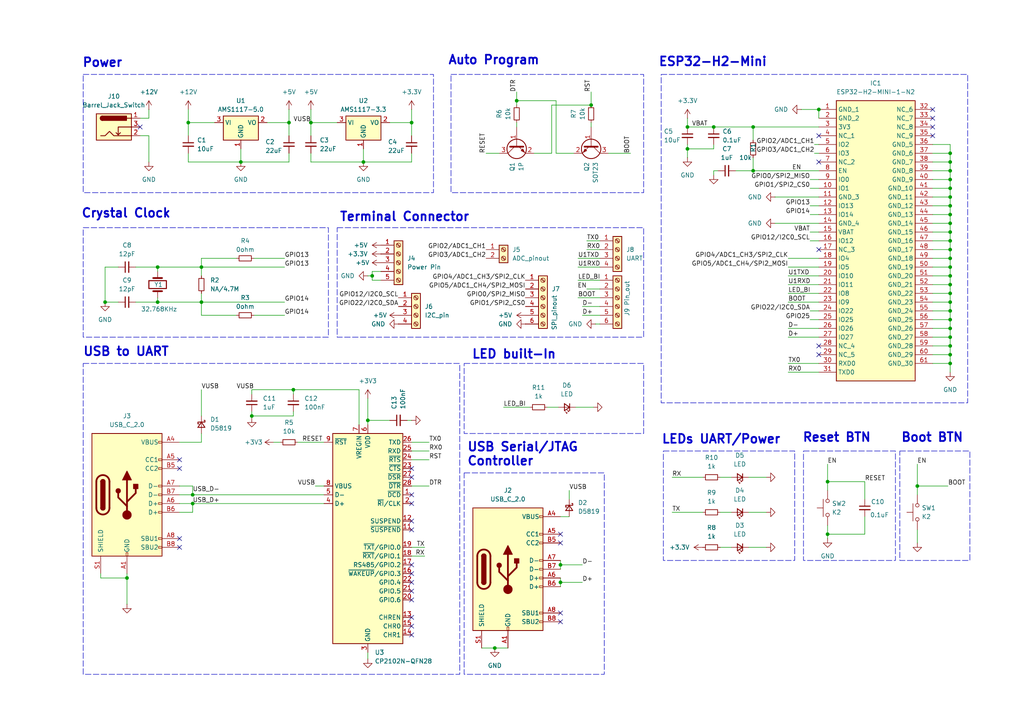
<source format=kicad_sch>
(kicad_sch (version 20231120) (generator "eeschema") (generator_version "8.0")
  (paper "A4")
  (title_block (title "ESP32-H2-Mini-Dev Module") (date "2024-03-02") (rev "1.0 (Beta)") (company "Designed by Lim Rithy"))
  (junction (at 275.59 72.39))
  (junction (at 275.59 74.93))
  (junction (at 162.56 163.83))
  (junction (at 36.83 167.64))
  (junction (at 106.68 121.92))
  (junction (at 275.59 97.79))
  (junction (at 240.03 139.7))
  (junction (at 275.59 54.61))
  (junction (at 275.59 59.69))
  (junction (at 45.72 87.63))
  (junction (at 199.39 43.18))
  (junction (at 58.42 87.63))
  (junction (at 85.09 113.03))
  (junction (at 275.59 92.71))
  (junction (at 54.61 35.56))
  (junction (at 275.59 87.63))
  (junction (at 119.38 35.56))
  (junction (at 58.42 77.47))
  (junction (at 275.59 52.07))
  (junction (at 275.59 67.31))
  (junction (at 275.59 82.55))
  (junction (at 83.82 35.56))
  (junction (at 275.59 80.01))
  (junction (at 275.59 102.87))
  (junction (at 275.59 46.99))
  (junction (at 149.86 29.21))
  (junction (at 30.48 87.63))
  (junction (at 275.59 105.41))
  (junction (at 275.59 49.53))
  (junction (at 275.59 64.77))
  (junction (at 275.59 69.85))
  (junction (at 207.01 36.83))
  (junction (at 143.51 187.96))
  (junction (at 275.59 100.33))
  (junction (at 275.59 95.25))
  (junction (at 199.39 36.83))
  (junction (at 55.88 146.05))
  (junction (at 107.95 80.01))
  (junction (at 73.025 120.65))
  (junction (at 162.56 168.91))
  (junction (at 275.59 44.45))
  (junction (at 55.88 143.51))
  (junction (at 69.85 46.99))
  (junction (at 275.59 62.23))
  (junction (at 218.44 49.53))
  (junction (at 45.72 77.47))
  (junction (at 275.59 90.17))
  (junction (at 218.44 36.83))
  (junction (at 171.45 30.48))
  (junction (at 275.59 77.47))
  (junction (at 105.41 46.99))
  (junction (at 275.59 57.15))
  (junction (at 237.49 31.75))
  (junction (at 240.03 154.94))
  (junction (at 266.065 140.97))
  (junction (at 275.59 85.09))
  (junction (at 90.17 35.56))
  (no_connect (at 162.56 157.48))
  (no_connect (at 119.38 173.99))
  (no_connect (at 162.56 177.8))
  (no_connect (at 270.51 34.29))
  (no_connect (at 119.38 179.07))
  (no_connect (at 119.38 166.37))
  (no_connect (at 119.38 135.89))
  (no_connect (at 270.51 39.37))
  (no_connect (at 237.49 46.99))
  (no_connect (at 119.38 153.67))
  (no_connect (at 237.49 39.37))
  (no_connect (at 52.07 158.75))
  (no_connect (at 270.51 31.75))
  (no_connect (at 119.38 138.43))
  (no_connect (at 119.38 171.45))
  (no_connect (at 237.49 102.87))
  (no_connect (at 119.38 146.05))
  (no_connect (at 270.51 36.83))
  (no_connect (at 119.38 163.83))
  (no_connect (at 40.64 36.83))
  (no_connect (at 52.07 156.21))
  (no_connect (at 119.38 168.91))
  (no_connect (at 119.38 143.51))
  (no_connect (at 119.38 181.61))
  (no_connect (at 52.07 133.35))
  (no_connect (at 237.49 100.33))
  (no_connect (at 52.07 135.89))
  (no_connect (at 162.56 180.34))
  (no_connect (at 162.56 154.94))
  (no_connect (at 119.38 151.13))
  (no_connect (at 237.49 72.39))
  (no_connect (at 119.38 184.15))
  (wire (pts (xy 170.18 69.85) (xy 173.99 69.85)))
  (wire (pts (xy 275.59 69.85) (xy 275.59 72.39)))
  (wire (pts (xy 58.42 87.63) (xy 82.55 87.63)))
  (wire (pts (xy 208.915 148.59) (xy 212.09 148.59)))
  (wire (pts (xy 234.95 92.71) (xy 237.49 92.71)))
  (wire (pts (xy 45.72 87.63) (xy 45.72 86.36)))
  (wire (pts (xy 275.59 102.87) (xy 270.51 102.87)))
  (wire (pts (xy 275.59 77.47) (xy 275.59 80.01)))
  (wire (pts (xy 207.01 43.18) (xy 207.01 41.91)))
  (wire (pts (xy 162.56 162.56) (xy 162.56 163.83)))
  (wire (pts (xy 119.38 161.29) (xy 123.19 161.29)))
  (wire (pts (xy 275.59 77.47) (xy 270.51 77.47)))
  (wire (pts (xy 161.29 44.45) (xy 161.29 29.21)))
  (wire (pts (xy 266.065 153.67) (xy 266.065 157.48)))
  (wire (pts (xy 218.44 36.83) (xy 218.44 40.64)))
  (wire (pts (xy 119.38 130.81) (xy 124.46 130.81)))
  (wire (pts (xy 55.88 143.51) (xy 93.98 143.51)))
  (wire (pts (xy 119.38 140.97) (xy 124.46 140.97)))
  (wire (pts (xy 234.95 67.31) (xy 237.49 67.31)))
  (wire (pts (xy 250.825 149.86) (xy 250.825 154.94)))
  (wire (pts (xy 218.44 36.83) (xy 237.49 36.83)))
  (wire (pts (xy 39.37 87.63) (xy 45.72 87.63)))
  (wire (pts (xy 106.68 121.92) (xy 106.68 123.19)))
  (wire (pts (xy 106.68 115.57) (xy 106.68 121.92)))
  (wire (pts (xy 171.45 36.83) (xy 171.45 35.56)))
  (wire (pts (xy 107.95 81.28) (xy 110.49 81.28)))
  (wire (pts (xy 199.39 36.83) (xy 207.01 36.83)))
  (wire (pts (xy 237.49 31.75) (xy 237.49 34.29)))
  (wire (pts (xy 85.09 119.38) (xy 85.09 120.65)))
  (wire (pts (xy 275.59 44.45) (xy 270.51 44.45)))
  (wire (pts (xy 275.59 54.61) (xy 275.59 57.15)))
  (wire (pts (xy 170.18 72.39) (xy 173.99 72.39)))
  (wire (pts (xy 275.59 67.31) (xy 275.59 69.85)))
  (wire (pts (xy 167.64 77.47) (xy 173.99 77.47)))
  (wire (pts (xy 107.95 80.01) (xy 106.68 80.01)))
  (wire (pts (xy 73.66 91.44) (xy 82.55 91.44)))
  (wire (pts (xy 162.56 149.86) (xy 165.1 149.86)))
  (wire (pts (xy 139.7 187.96) (xy 143.51 187.96)))
  (wire (pts (xy 45.72 87.63) (xy 58.42 87.63)))
  (wire (pts (xy 143.51 187.96) (xy 147.32 187.96)))
  (wire (pts (xy 113.03 35.56) (xy 119.38 35.56)))
  (wire (pts (xy 91.44 140.97) (xy 93.98 140.97)))
  (wire (pts (xy 149.86 26.67) (xy 149.86 29.21)))
  (wire (pts (xy 228.6 107.95) (xy 237.49 107.95)))
  (wire (pts (xy 161.29 29.21) (xy 149.86 29.21)))
  (wire (pts (xy 240.03 134.62) (xy 240.03 139.7)))
  (wire (pts (xy 275.59 85.09) (xy 270.51 85.09)))
  (wire (pts (xy 207.01 49.53) (xy 207.01 50.8)))
  (wire (pts (xy 90.17 46.99) (xy 105.41 46.99)))
  (wire (pts (xy 207.01 36.83) (xy 218.44 36.83)))
  (wire (pts (xy 266.065 140.97) (xy 266.065 143.51)))
  (wire (pts (xy 105.41 46.99) (xy 105.41 43.18)))
  (wire (pts (xy 106.68 189.23) (xy 106.68 191.135)))
  (wire (pts (xy 83.82 44.45) (xy 83.82 46.99)))
  (wire (pts (xy 73.025 113.03) (xy 85.09 113.03)))
  (wire (pts (xy 275.59 59.69) (xy 275.59 62.23)))
  (wire (pts (xy 250.825 144.78) (xy 250.825 139.7)))
  (wire (pts (xy 107.95 80.01) (xy 107.95 81.28)))
  (wire (pts (xy 158.75 118.11) (xy 161.925 118.11)))
  (wire (pts (xy 160.02 44.45) (xy 160.02 30.48)))
  (wire (pts (xy 69.85 46.99) (xy 69.85 43.18)))
  (wire (pts (xy 266.065 134.62) (xy 266.065 140.97)))
  (wire (pts (xy 119.38 44.45) (xy 119.38 46.99)))
  (wire (pts (xy 52.07 148.59) (xy 55.88 148.59)))
  (wire (pts (xy 104.14 113.03) (xy 104.14 123.19)))
  (wire (pts (xy 29.21 166.37) (xy 29.21 167.64)))
  (wire (pts (xy 275.59 95.25) (xy 270.51 95.25)))
  (wire (pts (xy 275.59 44.45) (xy 275.59 46.99)))
  (wire (pts (xy 85.09 113.03) (xy 85.09 114.3)))
  (wire (pts (xy 275.59 74.93) (xy 270.51 74.93)))
  (wire (pts (xy 228.6 105.41) (xy 237.49 105.41)))
  (wire (pts (xy 275.59 105.41) (xy 275.59 107.95)))
  (wire (pts (xy 166.37 44.45) (xy 161.29 44.45)))
  (wire (pts (xy 275.59 46.99) (xy 270.51 46.99)))
  (wire (pts (xy 54.61 35.56) (xy 54.61 31.75)))
  (wire (pts (xy 240.03 139.7) (xy 240.03 142.24)))
  (wire (pts (xy 240.03 139.7) (xy 250.825 139.7)))
  (wire (pts (xy 199.39 34.29) (xy 199.39 36.83)))
  (wire (pts (xy 119.38 31.75) (xy 119.38 35.56)))
  (wire (pts (xy 140.97 44.45) (xy 144.78 44.45)))
  (wire (pts (xy 275.59 102.87) (xy 275.59 105.41)))
  (wire (pts (xy 68.58 74.93) (xy 58.42 74.93)))
  (wire (pts (xy 275.59 80.01) (xy 270.51 80.01)))
  (wire (pts (xy 275.59 105.41) (xy 270.51 105.41)))
  (wire (pts (xy 275.59 46.99) (xy 275.59 49.53)))
  (wire (pts (xy 213.36 49.53) (xy 218.44 49.53)))
  (wire (pts (xy 194.945 138.43) (xy 203.835 138.43)))
  (wire (pts (xy 275.59 49.53) (xy 270.51 49.53)))
  (wire (pts (xy 275.59 85.09) (xy 275.59 87.63)))
  (wire (pts (xy 275.59 41.91) (xy 275.59 44.45)))
  (wire (pts (xy 275.59 74.93) (xy 275.59 77.47)))
  (wire (pts (xy 160.02 30.48) (xy 171.45 30.48)))
  (wire (pts (xy 30.48 87.63) (xy 34.29 87.63)))
  (wire (pts (xy 194.945 148.59) (xy 203.835 148.59)))
  (wire (pts (xy 234.95 54.61) (xy 237.49 54.61)))
  (wire (pts (xy 228.6 80.01) (xy 237.49 80.01)))
  (wire (pts (xy 228.6 85.09) (xy 237.49 85.09)))
  (wire (pts (xy 275.59 49.53) (xy 275.59 52.07)))
  (wire (pts (xy 234.95 62.23) (xy 237.49 62.23)))
  (wire (pts (xy 240.03 156.21) (xy 240.03 154.94)))
  (wire (pts (xy 165.1 142.24) (xy 165.1 144.78)))
  (wire (pts (xy 208.28 49.53) (xy 207.01 49.53)))
  (wire (pts (xy 275.59 87.63) (xy 275.59 90.17)))
  (wire (pts (xy 275.59 57.15) (xy 270.51 57.15)))
  (wire (pts (xy 275.59 90.17) (xy 270.51 90.17)))
  (wire (pts (xy 167.64 86.36) (xy 173.99 86.36)))
  (wire (pts (xy 167.005 118.11) (xy 172.085 118.11)))
  (wire (pts (xy 90.17 35.56) (xy 90.17 39.37)))
  (wire (pts (xy 43.18 34.29) (xy 43.18 31.75)))
  (wire (pts (xy 228.6 74.93) (xy 237.49 74.93)))
  (wire (pts (xy 275.59 64.77) (xy 270.51 64.77)))
  (wire (pts (xy 58.42 113.03) (xy 58.42 120.65)))
  (wire (pts (xy 228.6 87.63) (xy 237.49 87.63)))
  (wire (pts (xy 275.59 97.79) (xy 270.51 97.79)))
  (wire (pts (xy 228.6 95.25) (xy 237.49 95.25)))
  (wire (pts (xy 199.39 43.18) (xy 199.39 41.91)))
  (wire (pts (xy 73.025 119.38) (xy 73.025 120.65)))
  (wire (pts (xy 218.44 45.72) (xy 218.44 49.53)))
  (wire (pts (xy 119.38 46.99) (xy 105.41 46.99)))
  (wire (pts (xy 52.07 143.51) (xy 55.88 143.51)))
  (wire (pts (xy 162.56 163.83) (xy 162.56 165.1)))
  (wire (pts (xy 83.82 35.56) (xy 83.82 39.37)))
  (wire (pts (xy 275.59 97.79) (xy 275.59 100.33)))
  (wire (pts (xy 234.95 90.17) (xy 237.49 90.17)))
  (wire (pts (xy 228.6 77.47) (xy 237.49 77.47)))
  (wire (pts (xy 55.88 146.05) (xy 93.98 146.05)))
  (wire (pts (xy 240.03 152.4) (xy 240.03 154.94)))
  (wire (pts (xy 30.48 77.47) (xy 30.48 87.63)))
  (wire (pts (xy 228.6 82.55) (xy 237.49 82.55)))
  (wire (pts (xy 275.59 92.71) (xy 275.59 95.25)))
  (wire (pts (xy 199.39 45.72) (xy 199.39 43.18)))
  (wire (pts (xy 90.17 35.56) (xy 97.79 35.56)))
  (wire (pts (xy 266.065 140.97) (xy 274.955 140.97)))
  (wire (pts (xy 154.94 44.45) (xy 160.02 44.45)))
  (wire (pts (xy 275.59 54.61) (xy 270.51 54.61)))
  (wire (pts (xy 275.59 64.77) (xy 275.59 67.31)))
  (wire (pts (xy 110.49 78.74) (xy 107.95 78.74)))
  (wire (pts (xy 86.36 128.27) (xy 93.98 128.27)))
  (wire (pts (xy 73.025 120.65) (xy 73.025 121.285)))
  (wire (pts (xy 172.72 93.98) (xy 173.99 93.98)))
  (wire (pts (xy 40.64 34.29) (xy 43.18 34.29)))
  (wire (pts (xy 167.64 74.93) (xy 173.99 74.93)))
  (wire (pts (xy 224.79 64.77) (xy 237.49 64.77)))
  (wire (pts (xy 146.05 118.11) (xy 153.67 118.11)))
  (wire (pts (xy 54.61 44.45) (xy 54.61 46.99)))
  (wire (pts (xy 68.58 91.44) (xy 58.42 91.44)))
  (wire (pts (xy 240.03 154.94) (xy 250.825 154.94)))
  (wire (pts (xy 208.915 158.75) (xy 212.09 158.75)))
  (wire (pts (xy 58.42 91.44) (xy 58.42 87.63)))
  (wire (pts (xy 52.07 140.97) (xy 55.88 140.97)))
  (wire (pts (xy 275.59 52.07) (xy 275.59 54.61)))
  (wire (pts (xy 275.59 82.55) (xy 270.51 82.55)))
  (wire (pts (xy 58.42 77.47) (xy 82.55 77.47)))
  (wire (pts (xy 54.61 35.56) (xy 62.23 35.56)))
  (wire (pts (xy 275.59 100.33) (xy 275.59 102.87)))
  (wire (pts (xy 228.6 97.79) (xy 237.49 97.79)))
  (wire (pts (xy 58.42 77.47) (xy 58.42 80.01)))
  (wire (pts (xy 119.38 133.35) (xy 124.46 133.35)))
  (wire (pts (xy 168.91 88.9) (xy 173.99 88.9)))
  (wire (pts (xy 275.59 90.17) (xy 275.59 92.71)))
  (wire (pts (xy 275.59 52.07) (xy 270.51 52.07)))
  (wire (pts (xy 275.59 72.39) (xy 270.51 72.39)))
  (wire (pts (xy 73.66 74.93) (xy 82.55 74.93)))
  (wire (pts (xy 45.72 77.47) (xy 45.72 78.74)))
  (wire (pts (xy 77.47 35.56) (xy 83.82 35.56)))
  (wire (pts (xy 58.42 74.93) (xy 58.42 77.47)))
  (wire (pts (xy 36.83 166.37) (xy 36.83 167.64)))
  (wire (pts (xy 54.61 35.56) (xy 54.61 39.37)))
  (wire (pts (xy 275.59 87.63) (xy 270.51 87.63)))
  (wire (pts (xy 167.64 81.28) (xy 173.99 81.28)))
  (wire (pts (xy 275.59 100.33) (xy 270.51 100.33)))
  (wire (pts (xy 217.17 138.43) (xy 222.25 138.43)))
  (wire (pts (xy 208.915 138.43) (xy 212.09 138.43)))
  (wire (pts (xy 275.59 95.25) (xy 275.59 97.79)))
  (wire (pts (xy 83.82 46.99) (xy 69.85 46.99)))
  (wire (pts (xy 162.56 167.64) (xy 162.56 168.91)))
  (wire (pts (xy 234.95 52.07) (xy 237.49 52.07)))
  (wire (pts (xy 162.56 168.91) (xy 162.56 170.18)))
  (wire (pts (xy 79.375 128.27) (xy 81.28 128.27)))
  (wire (pts (xy 58.42 85.09) (xy 58.42 87.63)))
  (wire (pts (xy 29.21 167.64) (xy 36.83 167.64)))
  (wire (pts (xy 224.79 57.15) (xy 237.49 57.15)))
  (wire (pts (xy 199.39 43.18) (xy 207.01 43.18)))
  (wire (pts (xy 83.82 31.75) (xy 83.82 35.56)))
  (wire (pts (xy 275.59 41.91) (xy 270.51 41.91)))
  (wire (pts (xy 90.17 35.56) (xy 90.17 31.75)))
  (wire (pts (xy 275.59 80.01) (xy 275.59 82.55)))
  (wire (pts (xy 85.09 113.03) (xy 104.14 113.03)))
  (wire (pts (xy 55.88 148.59) (xy 55.88 146.05)))
  (wire (pts (xy 275.59 92.71) (xy 270.51 92.71)))
  (wire (pts (xy 39.37 77.47) (xy 45.72 77.47)))
  (wire (pts (xy 170.18 83.82) (xy 173.99 83.82)))
  (wire (pts (xy 106.68 121.92) (xy 113.03 121.92)))
  (wire (pts (xy 275.59 69.85) (xy 270.51 69.85)))
  (wire (pts (xy 217.17 148.59) (xy 222.25 148.59)))
  (wire (pts (xy 162.56 163.83) (xy 168.91 163.83)))
  (wire (pts (xy 162.56 168.91) (xy 168.91 168.91)))
  (wire (pts (xy 119.38 35.56) (xy 119.38 39.37)))
  (wire (pts (xy 236.22 44.45) (xy 237.49 44.45)))
  (wire (pts (xy 149.86 36.83) (xy 149.86 35.56)))
  (wire (pts (xy 90.17 44.45) (xy 90.17 46.99)))
  (wire (pts (xy 168.91 91.44) (xy 173.99 91.44)))
  (wire (pts (xy 85.09 120.65) (xy 73.025 120.65)))
  (wire (pts (xy 36.83 167.64) (xy 36.83 175.26)))
  (wire (pts (xy 275.59 59.69) (xy 270.51 59.69)))
  (wire (pts (xy 275.59 72.39) (xy 275.59 74.93)))
  (wire (pts (xy 107.95 78.74) (xy 107.95 80.01)))
  (wire (pts (xy 234.95 59.69) (xy 237.49 59.69)))
  (wire (pts (xy 275.59 57.15) (xy 275.59 59.69)))
  (wire (pts (xy 52.07 146.05) (xy 55.88 146.05)))
  (wire (pts (xy 54.61 46.99) (xy 69.85 46.99)))
  (wire (pts (xy 119.38 158.75) (xy 123.19 158.75)))
  (wire (pts (xy 149.86 30.48) (xy 149.86 29.21)))
  (wire (pts (xy 171.45 26.67) (xy 171.45 30.48)))
  (wire (pts (xy 52.07 128.27) (xy 58.42 128.27)))
  (wire (pts (xy 232.41 31.75) (xy 237.49 31.75)))
  (wire (pts (xy 118.11 121.92) (xy 119.38 121.92)))
  (wire (pts (xy 58.42 125.73) (xy 58.42 128.27)))
  (wire (pts (xy 275.59 62.23) (xy 270.51 62.23)))
  (wire (pts (xy 119.38 128.27) (xy 124.46 128.27)))
  (wire (pts (xy 234.95 69.85) (xy 237.49 69.85)))
  (wire (pts (xy 55.88 140.97) (xy 55.88 143.51)))
  (wire (pts (xy 275.59 67.31) (xy 270.51 67.31)))
  (wire (pts (xy 43.18 39.37) (xy 43.18 46.99)))
  (wire (pts (xy 275.59 82.55) (xy 275.59 85.09)))
  (wire (pts (xy 236.22 41.91) (xy 237.49 41.91)))
  (wire (pts (xy 176.53 44.45) (xy 182.88 44.45)))
  (wire (pts (xy 217.17 158.75) (xy 222.25 158.75)))
  (wire (pts (xy 73.025 113.03) (xy 73.025 114.3)))
  (wire (pts (xy 275.59 62.23) (xy 275.59 64.77)))
  (wire (pts (xy 45.72 77.47) (xy 58.42 77.47)))
  (wire (pts (xy 34.29 77.47) (xy 30.48 77.47)))
  (wire (pts (xy 218.44 49.53) (xy 237.49 49.53)))
  (wire (pts (xy 40.64 39.37) (xy 43.18 39.37)))
  (rectangle (start 130.81 21.59) (end 186.69 55.88) (stroke (width 0) (type dash)))
  (rectangle (start 134.62 137.16) (end 175.26 195.58) (stroke (width 0) (type dash)))
  (rectangle (start 192.405 130.81) (end 230.505 162.56) (stroke (width 0) (type dash)))
  (rectangle (start 191.77 21.59) (end 280.67 116.84) (stroke (width 0) (type dash)))
  (rectangle (start 260.985 130.81) (end 281.305 162.56) (stroke (width 0) (type dash)))
  (rectangle (start 134.62 105.41) (end 186.69 125.73) (stroke (width 0) (type dash)))
  (rectangle (start 24.13 66.04) (end 95.25 97.79) (stroke (width 0) (type dash)))
  (rectangle (start 24.13 21.59) (end 125.73 55.88) (stroke (width 0) (type dash)))
  (rectangle (start 24.13 105.41) (end 133.35 195.58) (stroke (width 0) (type dash)))
  (rectangle (start 97.79 66.04) (end 186.69 97.79) (stroke (width 0) (type dash)))
  (rectangle (start 233.045 130.81) (end 259.715 162.56) (stroke (width 0) (type dash)))
  (text "LED built-In" (at 149.098 102.87 0) (effects (font (size 2.54 2.54) (thickness 0.508) (bold yes))))
  (text "Crystal Clock" (at 36.576 61.976 0) (effects (font (size 2.54 2.54) (thickness 0.508) (bold yes))))
  (text "Boot BTN" (at 270.383 127 0) (effects (font (size 2.54 2.54) (thickness 0.508) (bold yes))))
  (text "Power" (at 29.718 18.288 0) (effects (font (size 2.54 2.54) (thickness 0.508) (bold yes))))
  (text "Auto Program" (at 143.256 17.526 0) (effects (font (size 2.54 2.54) (thickness 0.508) (bold yes))))
  (text "USB to UART" (at 36.576 102.108 0) (effects (font (size 2.54 2.54) (thickness 0.508) (bold yes))))
  (text "ESP32-H2-Mini" (at 206.756 18.034 0) (effects (font (size 2.54 2.54) (thickness 0.508) (bold yes))))
  (text "LEDs UART/Power" (at 209.169 127.508 0) (effects (font (size 2.54 2.54) (thickness 0.508) (bold yes))))
  (text "Reset BTN" (at 242.697 127 0) (effects (font (size 2.54 2.54) (thickness 0.508) (bold yes))))
  (text "USB Serial/JTAG\nController" (at 135.382 131.826 0) (effects (font (size 2.54 2.54) (thickness 0.508) (bold yes)) (justify left)))
  (text "Terminal Connector" (at 117.348 62.992 0) (effects (font (size 2.54 2.54) (thickness 0.508) (bold yes))))
  (label "BOOT" (at 167.64 86.36 0))
  (label "USB_D+" (at 55.88 146.05 0))
  (label "GPIO13" (at 82.55 74.93 0))
  (label "GPIO13" (at 234.95 59.69 180))
  (label "EN" (at 170.18 83.82 180))
  (label "GPIO14" (at 82.55 87.63 0))
  (label "D+" (at 168.91 168.91 0))
  (label "GPIO2{slash}ADC1_CH1" (at 236.22 41.91 180))
  (label "VUSB" (at 58.42 113.03 0))
  (label "RST" (at 171.45 26.67 90))
  (label "VUSB" (at 91.44 140.97 180))
  (label "TX0" (at 228.6 105.41 0))
  (label "VUSB" (at 90.17 35.56 180))
  (label "TX0" (at 170.18 69.85 0))
  (label "VBAT" (at 234.95 67.31 180))
  (label "RESET" (at 87.63 128.27 0))
  (label "RESET" (at 250.825 139.7 0))
  (label "RX0" (at 228.6 107.95 0))
  (label "TX" (at 123.19 158.75 180))
  (label "LED_BI" (at 167.64 81.28 0))
  (label "U1TXD" (at 167.64 74.93 0))
  (label "GPIO4{slash}ADC1_CH3{slash}SPI2_CLK" (at 152.4 81.28 180))
  (label "GPIO12{slash}I2C0_SCL" (at 115.57 86.36 180))
  (label "GPIO0{slash}SPI2_MISO" (at 234.95 52.07 180))
  (label "DTR" (at 149.86 26.67 90))
  (label "GPIO12{slash}I2C0_SCL" (at 234.95 69.85 180))
  (label "BOOT" (at 182.88 44.45 90))
  (label "RESET" (at 140.97 44.45 90))
  (label "RX" (at 123.19 161.29 180))
  (label "GPIO22{slash}I2C0_SDA" (at 115.57 88.9 180))
  (label "GPIO22{slash}I2C0_SDA" (at 234.95 90.17 180))
  (label "LED_BI" (at 146.05 118.11 0))
  (label "EN" (at 266.065 134.62 0))
  (label "RX0" (at 170.18 72.39 0))
  (label "GPIO13" (at 82.55 77.47 0))
  (label "D-" (at 168.91 163.83 0))
  (label "GPIO3{slash}ADC1_CH2" (at 140.97 74.93 180))
  (label "EN" (at 240.03 134.62 0))
  (label "VUSB" (at 165.1 142.24 0))
  (label "VUSB" (at 73.66 113.03 180))
  (label "USB_D-" (at 55.88 142.875 0))
  (label "GPIO5{slash}ADC1_CH4{slash}SPI2_MOSI" (at 152.4 83.82 180))
  (label "BOOT" (at 228.6 87.63 0))
  (label "RX0" (at 124.46 130.81 0))
  (label "RX" (at 194.945 138.43 0))
  (label "EN" (at 232.41 49.53 180))
  (label "DTR" (at 124.46 140.97 0))
  (label "U1TXD" (at 228.6 80.01 0))
  (label "BOOT" (at 274.955 140.97 0))
  (label "D+" (at 228.6 97.79 0))
  (label "GPIO2{slash}ADC1_CH1" (at 140.97 72.39 180))
  (label "VBAT" (at 200.66 36.83 0))
  (label "RST" (at 124.46 133.35 0))
  (label "GPIO0{slash}SPI2_MISO" (at 152.4 86.36 180))
  (label "GPIO1{slash}SPI2_CS0" (at 234.95 54.61 180))
  (label "TX" (at 194.945 148.59 0))
  (label "GPIO25" (at 234.95 92.71 180))
  (label "U1RXD" (at 228.6 82.55 0))
  (label "GPIO14" (at 82.55 91.44 0))
  (label "D-" (at 168.91 88.9 0))
  (label "GPIO1{slash}SPI2_CS0" (at 152.4 88.9 180))
  (label "GPIO3{slash}ADC1_CH2" (at 236.22 44.45 180))
  (label "GPIO5{slash}ADC1_CH4{slash}SPI2_MOSI" (at 228.6 77.47 180))
  (label "D+" (at 168.91 91.44 0))
  (label "GPIO4{slash}ADC1_CH3{slash}SPI2_CLK" (at 228.6 74.93 180))
  (label "D-" (at 228.6 95.25 0))
  (label "U1RXD" (at 167.64 77.47 0))
  (label "LED_BI" (at 228.6 85.09 0))
  (label "TX0" (at 124.46 128.27 0))
  (label "GPIO14" (at 234.95 62.23 180))
  (symbol (lib_id "Device:R_Small") (at 149.86 33.02 180) (unit 1)
    (property "Reference" "R6" (at 144.78 33.02 90))
    (property "Value" "10k" (at 147.32 33.02 90))
    (property "Footprint" "Resistor_SMD:R_0603_1608Metric" (effects (hide yes)))
  )
  (symbol (lib_id "Connector:USB_C_Receptacle_USB2.0") (at 36.83 143.51 0) (unit 1)
    (property "Reference" "J3" (at 36.83 120.65 0))
    (property "Value" "USB_C_2.0" (at 36.83 123.19 0))
    (property "Footprint" "Connector_USB:USB_C_Receptacle_Palconn_UTC16-G" (effects (hide yes)))
    (property "Datasheet" "https://www.usb.org/sites/default/files/documents/usb_type-c.zip" (effects (hide yes)))
  )
  (symbol (lib_id "Device:D_Schottky_Small") (at 58.42 123.19 270) (unit 1)
    (property "Reference" "D1" (at 60.96 121.6659 90) (effects (justify left)))
    (property "Value" "D5819" (at 60.96 124.2059 90) (effects (justify left)))
    (property "Footprint" "Diode_SMD:D_SOD-123" (effects (hide yes)))
  )
  (symbol (lib_id "Device:Crystal") (at 45.72 82.55 90) (unit 1)
    (property "Reference" "Y1" (at 44.704 82.55 90) (effects (justify right)))
    (property "Value" "32.768KHz" (at 40.894 89.662 90) (effects (justify right)))
    (property "Footprint" "Crystal:Crystal_SMD_3215-2Pin_3.2x1.5mm" (effects (hide yes)))
    (property "Description" "Two pin crystal" (effects (hide yes)))
  )
  (symbol (lib_id "Device:R_Small") (at 218.44 43.18 0) (unit 1)
    (property "Reference" "R1" (at 218.44 44.196 90) (effects (justify left)))
    (property "Value" "10k" (at 214.376 45.72 0) (effects (justify left)))
    (property "Footprint" "Resistor_SMD:R_0603_1608Metric" (effects (hide yes)))
    (property "Description" "Resistor, small symbol" (effects (hide yes)))
  )
  (symbol (lib_id "Interface_USB:CP2102N-Axx-xQFN28") (at 106.68 156.21 0) (unit 1)
    (property "Reference" "U3" (at 108.6994 189.23 0) (effects (justify left)))
    (property "Value" "CP2102N-QFN28" (at 108.6994 191.77 0) (effects (justify left)))
    (property "Footprint" "Package_DFN_QFN:QFN-28-1EP_5x5mm_P0.5mm_EP3.35x3.35mm" (effects (hide yes)))
    (property "Datasheet" "https://www.silabs.com/documents/public/data-sheets/cp2102n-datasheet.pdf" (effects (hide yes)))
  )
  (symbol (lib_id "power:GND") (at 106.68 80.01 270) (unit 1)
    (property "Reference" "#PWR034" (effects (hide yes)))
    (property "Value" "GND" (at 102.87 80.0099 90) (effects (justify right)))
    (property "Description" "Power symbol creates a global label with name \"GND\" , ground" (effects (hide yes)))
  )
  (symbol (lib_id "power:GND") (at 207.01 50.8 0) (unit 1)
    (property "Reference" "#PWR013" (effects (hide yes)))
    (property "Value" "GND" (effects (hide yes)))
    (property "Description" "Power symbol creates a global label with name \"GND\" , ground" (effects (hide yes)))
  )
  (symbol (lib_id "power:+5V") (at 110.49 76.2 90) (unit 1)
    (property "Reference" "#PWR033" (effects (hide yes)))
    (property "Value" "+5V" (at 107.188 76.2 90) (effects (justify left)))
    (property "Description" "Power symbol creates a global label with name \"+5V\"" (effects (hide yes)))
  )
  (symbol (lib_id "Device:C_Small") (at 90.17 41.91 0) (unit 1)
    (property "Reference" "C3" (at 92.71 40.6462 0) (effects (justify left)))
    (property "Value" "22uF" (at 92.71 43.1862 0) (effects (justify left)))
    (property "Footprint" "Capacitor_SMD:C_0805_2012Metric" (effects (hide yes)))
    (property "Description" "Unpolarized capacitor, small symbol" (effects (hide yes)))
  )
  (symbol (lib_id "power:GND") (at 119.38 121.92 90) (unit 1)
    (property "Reference" "#PWR031" (effects (hide yes)))
    (property "Value" "GND" (effects (hide yes)))
  )
  (symbol (lib_id "Device:C_Small") (at 36.83 77.47 90) (unit 1)
    (property "Reference" "C8" (at 36.8363 71.12 90))
    (property "Value" "12pF" (at 36.8363 73.66 90))
    (property "Footprint" "Capacitor_SMD:C_0603_1608Metric" (effects (hide yes)))
    (property "Description" "Unpolarized capacitor, small symbol" (effects (hide yes)))
  )
  (symbol (lib_id "power:+12V") (at 54.61 31.75 0) (unit 1)
    (property "Reference" "#PWR03" (effects (hide yes)))
    (property "Value" "+12V" (at 54.61 26.67 0))
    (property "Description" "Power symbol creates a global label with name \"+12V\"" (effects (hide yes)))
  )
  (symbol (lib_id "Device:Q_NPN_BEC") (at 149.86 41.91 90) (mirror x) (unit 1)
    (property "Reference" "Q1" (at 148.5899 46.99 0) (effects (justify left)))
    (property "Value" "1P" (at 151.1299 46.99 0) (effects (justify left)))
    (property "Footprint" "Package_TO_SOT_SMD:SOT-23" (effects (hide yes)))
  )
  (symbol (lib_id "Device:LED_Small") (at 164.465 118.11 180) (unit 1)
    (property "Reference" "D6" (at 164.4015 111.76 0))
    (property "Value" "LED" (at 164.4015 114.3 0))
    (property "Footprint" "LED_SMD:LED_0603_1608Metric" (effects (hide yes)))
  )
  (symbol (lib_id "Device:C_Small") (at 210.82 49.53 90) (unit 1)
    (property "Reference" "C7" (at 210.8263 43.18 90))
    (property "Value" "1uF" (at 210.8263 45.72 90))
    (property "Footprint" "Capacitor_SMD:C_0603_1608Metric" (effects (hide yes)))
    (property "Description" "Unpolarized capacitor, small symbol" (effects (hide yes)))
  )
  (symbol (lib_id "Device:C_Small") (at 115.57 121.92 90) (unit 1)
    (property "Reference" "C13" (at 114.3062 118.745 0) (effects (justify left)))
    (property "Value" "100nF" (at 116.8462 118.745 0) (effects (justify left)))
    (property "Footprint" "Capacitor_SMD:C_0603_1608Metric" (effects (hide yes)))
  )
  (symbol (lib_id "Device:R_Small") (at 206.375 148.59 270) (unit 1)
    (property "Reference" "R9" (at 206.375 142.875 90))
    (property "Value" "1k" (at 206.375 145.415 90))
    (property "Footprint" "Resistor_SMD:R_0603_1608Metric" (effects (hide yes)))
  )
  (symbol (lib_id "power:GND") (at 73.025 121.285 0) (unit 1)
    (property "Reference" "#PWR023" (effects (hide yes)))
    (property "Value" "GND" (effects (hide yes)))
  )
  (symbol (lib_id "Device:C_Small") (at 207.01 39.37 0) (unit 1)
    (property "Reference" "C6" (at 209.55 38.1062 0) (effects (justify left)))
    (property "Value" "0.1uF" (at 209.55 40.6462 0) (effects (justify left)))
    (property "Footprint" "Capacitor_SMD:C_0603_1608Metric" (effects (hide yes)))
    (property "Description" "Unpolarized capacitor, small symbol" (effects (hide yes)))
  )
  (symbol (lib_id "power:+5V") (at 152.4 91.44 90) (unit 1)
    (property "Reference" "#PWR037" (effects (hide yes)))
    (property "Value" "+5V" (at 148.59 91.4399 90) (effects (justify left)))
    (property "Description" "Power symbol creates a global label with name \"+5V\"" (effects (hide yes)))
  )
  (symbol (lib_id "power:GND") (at 222.25 158.75 90) (unit 1)
    (property "Reference" "#PWR022" (effects (hide yes)))
    (property "Value" "GND" (effects (hide yes)))
  )
  (symbol (lib_id "power:GND") (at 69.85 46.99 0) (unit 1)
    (property "Reference" "#PWR04" (effects (hide yes)))
    (property "Value" "GND" (at 69.85 52.07 0))
    (property "Description" "Power symbol creates a global label with name \"GND\" , ground" (effects (hide yes)))
  )
  (symbol (lib_id "power:+3.3V") (at 79.375 128.27 90) (unit 1)
    (property "Reference" "#PWR026" (effects (hide yes)))
    (property "Value" "+3V3" (at 76.2 128.2699 90) (effects (justify left)))
  )
  (symbol (lib_id "Connector:Screw_Terminal_01x04") (at 179.07 72.39 0) (unit 1)
    (property "Reference" "J8" (at 181.61 72.3899 0) (effects (justify left)))
    (property "Value" "UART" (at 181.61 74.9299 0) (effects (justify left)))
    (property "Footprint" "Connector_PinSocket_2.54mm:PinSocket_1x04_P2.54mm_Vertical" (effects (hide yes)))
    (property "Description" "Generic screw terminal, single row, 01x04, script generated (kicad-library-utils/schlib/autogen/connector/)" (effects (hide yes)))
  )
  (symbol (lib_id "power:+3.3V") (at 110.49 73.66 90) (unit 1)
    (property "Reference" "#PWR024" (effects (hide yes)))
    (property "Value" "+3.3V" (at 106.68 73.6599 90) (effects (justify left)))
    (property "Description" "Power symbol creates a global label with name \"+3.3V\"" (effects (hide yes)))
  )
  (symbol (lib_id "Device:C_Small") (at 85.09 116.84 0) (unit 1)
    (property "Reference" "C12" (at 88.265 115.5762 0) (effects (justify left)))
    (property "Value" "100nF" (at 88.265 118.1162 0) (effects (justify left)))
    (property "Footprint" "Capacitor_SMD:C_0603_1608Metric" (effects (hide yes)))
  )
  (symbol (lib_id "power:GND") (at 240.03 156.21 0) (unit 1)
    (property "Reference" "#PWR017" (effects (hide yes)))
    (property "Value" "GND" (at 240.03 161.29 0))
    (property "Description" "Power symbol creates a global label with name \"GND\" , ground" (effects (hide yes)))
  )
  (symbol (lib_id "Device:R_Small") (at 71.12 91.44 90) (unit 1)
    (property "Reference" "R3" (at 71.12 86.36 90))
    (property "Value" "0ohm" (at 71.12 88.9 90))
    (property "Footprint" "Resistor_SMD:R_0603_1608Metric" (effects (hide yes)))
    (property "Description" "Resistor, small symbol" (effects (hide yes)))
  )
  (symbol (lib_id "Device:R_Small") (at 171.45 33.02 180) (unit 1)
    (property "Reference" "R7" (at 166.37 33.02 90))
    (property "Value" "10k" (at 168.91 33.02 90))
    (property "Footprint" "Resistor_SMD:R_0603_1608Metric" (effects (hide yes)))
  )
  (symbol (lib_id "Connector:Screw_Terminal_01x02") (at 146.05 72.39 0) (unit 1)
    (property "Reference" "J5" (at 148.59 72.3899 0) (effects (justify left)))
    (property "Value" "ADC_pinout" (at 148.59 74.9299 0) (effects (justify left)))
    (property "Footprint" "Connector_PinSocket_2.54mm:PinSocket_1x02_P2.54mm_Vertical" (effects (hide yes)))
    (property "Description" "Generic screw terminal, single row, 01x02, script generated (kicad-library-utils/schlib/autogen/connector/)" (effects (hide yes)))
  )
  (symbol (lib_id "Device:Q_NPN_BEC") (at 171.45 41.91 270) (unit 1)
    (property "Reference" "Q2" (at 170.18 46.99 0) (effects (justify left)))
    (property "Value" "SOT23" (at 172.72 46.99 0) (effects (justify left)))
    (property "Footprint" "Package_TO_SOT_SMD:SOT-23" (effects (hide yes)))
  )
  (symbol (lib_id "Device:C_Small") (at 36.83 87.63 90) (unit 1)
    (property "Reference" "C9" (at 36.8363 81.28 90))
    (property "Value" "12pF" (at 36.8363 83.82 90))
    (property "Footprint" "Capacitor_SMD:C_0603_1608Metric" (effects (hide yes)))
    (property "Description" "Unpolarized capacitor, small symbol" (effects (hide yes)))
  )
  (symbol (lib_id "Device:C_Small") (at 73.025 116.84 180) (unit 1)
    (property "Reference" "C11" (at 76.2 115.5635 0) (effects (justify right)))
    (property "Value" "1uF" (at 76.2 118.1035 0) (effects (justify right)))
    (property "Footprint" "Capacitor_SMD:C_0603_1608Metric" (effects (hide yes)))
  )
  (symbol (lib_id "Device:R_Small") (at 206.375 138.43 270) (unit 1)
    (property "Reference" "R10" (at 206.375 132.715 90))
    (property "Value" "1k" (at 206.375 135.255 90))
    (property "Footprint" "Resistor_SMD:R_0603_1608Metric" (effects (hide yes)))
  )
  (symbol (lib_id "Device:R_Small") (at 71.12 74.93 90) (unit 1)
    (property "Reference" "R4" (at 71.12 69.85 90))
    (property "Value" "0ohm" (at 71.12 72.39 90))
    (property "Footprint" "Resistor_SMD:R_0603_1608Metric" (effects (hide yes)))
    (property "Description" "Resistor, small symbol" (effects (hide yes)))
  )
  (symbol (lib_id "ESP32-H2-MINI-1-N2:ESP32-H2-MINI-1-N2") (at 237.49 31.75 0) (unit 1)
    (property "Reference" "IC1" (at 254 24.13 0))
    (property "Value" "ESP32-H2-MINI-1-N2" (at 254 26.67 0))
    (property "Footprint" "esp32-h2-mini:ESP32H2MINI1N2" (effects (hide yes)))
    (property "Datasheet" "https://www.espressif.com/sites/default/files/documentation/esp32-h2-mini-1_mini-1u_datasheet_en.pdf" (effects (hide yes)))
    (property "Description" "Multiprotocol Modules ENGINEERING SAMPLE Bluetooth Low Energy and IEEE 802.15.4  module with ESP32-H2 chip" (effects (hide yes)))
    (property "Height" "2.55" (effects (hide yes)))
    (property "Mouser Part Number" "356-ESP32H2MINI1-N2" (effects (hide yes)))
    (property "Mouser Price/Stock" "https://www.mouser.co.uk/ProductDetail/Espressif-Systems/ESP32-H2-MINI-1-N2?qs=Jm2GQyTW%2FbhDEK4sfiNMsw%3D%3D" (effects (hide yes)))
    (property "Manufacturer_Name" "Espressif Systems" (effects (hide yes)))
    (property "Manufacturer_Part_Number" "ESP32-H2-MINI-1-N2" (effects (hide yes)))
  )
  (symbol (lib_id "Regulator_Linear:AMS1117-3.3") (at 105.41 35.56 0) (unit 1)
    (property "Reference" "U2" (at 105.41 29.21 0))
    (property "Value" "AMS1117-3.3" (at 105.41 31.75 0))
    (property "Footprint" "Package_TO_SOT_SMD:SOT-223-3_TabPin2" (effects (hide yes)))
    (property "Datasheet" "http://www.advanced-monolithic.com/pdf/ds1117.pdf" (effects (hide yes)))
    (property "Description" "1A Low Dropout regulator, positive, 3.3V fixed output, SOT-223" (effects (hide yes)))
  )
  (symbol (lib_id "power:+5V") (at 110.49 71.12 90) (unit 1)
    (property "Reference" "#PWR032" (effects (hide yes)))
    (property "Value" "+5V" (at 106.68 71.1199 90) (effects (justify left)))
    (property "Description" "Power symbol creates a global label with name \"+5V\"" (effects (hide yes)))
  )
  (symbol (lib_id "power:GND") (at 222.25 138.43 90) (unit 1)
    (property "Reference" "#PWR028" (effects (hide yes)))
    (property "Value" "GND" (effects (hide yes)))
  )
  (symbol (lib_id "Device:C_Small") (at 119.38 41.91 0) (unit 1)
    (property "Reference" "C4" (at 112.522 41.148 0) (effects (justify left)))
    (property "Value" "22uF" (at 112.522 43.688 0) (effects (justify left)))
    (property "Footprint" "Capacitor_SMD:C_0805_2012Metric" (effects (hide yes)))
    (property "Description" "Unpolarized capacitor, small symbol" (effects (hide yes)))
  )
  (symbol (lib_id "power:+3.3V") (at 199.39 34.29 0) (unit 1)
    (property "Reference" "#PWR011" (effects (hide yes)))
    (property "Value" "+3.3V" (at 199.39 29.21 0))
    (property "Description" "Power symbol creates a global label with name \"+3.3V\"" (effects (hide yes)))
  )
  (symbol (lib_id "Device:R_Small") (at 58.42 82.55 0) (unit 1)
    (property "Reference" "R2" (at 60.96 81.2799 0) (effects (justify left)))
    (property "Value" "NA/4.7M" (at 60.96 83.8199 0) (effects (justify left)))
    (property "Footprint" "Resistor_SMD:R_0603_1608Metric" (effects (hide yes)))
    (property "Description" "Resistor, small symbol" (effects (hide yes)))
  )
  (symbol (lib_id "Switch:SW_Push") (at 240.03 147.32 90) (unit 1)
    (property "Reference" "SW2" (at 241.3 146.0499 90) (effects (justify right)))
    (property "Value" "K2" (at 241.3 148.5899 90) (effects (justify right)))
    (property "Footprint" "Button_Switch_SMD:SW_Push_1P1T_NO_Vertical_Wuerth_434133025816" (effects (hide yes)))
  )
  (symbol (lib_id "Connector:Barrel_Jack_Switch") (at 33.02 36.83 0) (unit 1)
    (property "Reference" "J10" (at 33.02 27.94 0))
    (property "Value" "Barrel_Jack_Switch" (at 33.02 30.48 0))
    (property "Footprint" "Connector_BarrelJack:BarrelJack_Horizontal" (effects (hide yes)))
    (property "Description" "DC Barrel Jack with an internal switch" (effects (hide yes)))
  )
  (symbol (lib_id "Device:C_Small") (at 54.61 41.91 0) (unit 1)
    (property "Reference" "C1" (at 57.15 40.6462 0) (effects (justify left)))
    (property "Value" "10uF" (at 57.15 43.1862 0) (effects (justify left)))
    (property "Footprint" "Capacitor_SMD:C_0805_2012Metric" (effects (hide yes)))
    (property "Description" "Unpolarized capacitor, small symbol" (effects (hide yes)))
  )
  (symbol (lib_id "Connector:Screw_Terminal_01x04") (at 120.65 88.9 0) (unit 1)
    (property "Reference" "J6" (at 123.19 88.8999 0) (effects (justify left)))
    (property "Value" "I2C_pin" (at 123.19 91.4399 0) (effects (justify left)))
    (property "Footprint" "Connector_PinSocket_2.54mm:PinSocket_1x04_P2.54mm_Vertical" (effects (hide yes)))
    (property "Description" "Generic screw terminal, single row, 01x04, script generated (kicad-library-utils/schlib/autogen/connector/)" (effects (hide yes)))
  )
  (symbol (lib_id "power:GND") (at 199.39 45.72 0) (unit 1)
    (property "Reference" "#PWR012" (effects (hide yes)))
    (property "Value" "GND" (at 199.39 50.8 0))
    (property "Description" "Power symbol creates a global label with name \"GND\" , ground" (effects (hide yes)))
  )
  (symbol (lib_id "power:GND") (at 172.085 118.11 90) (unit 1)
    (property "Reference" "#PWR027" (effects (hide yes)))
    (property "Value" "GND" (effects (hide yes)))
  )
  (symbol (lib_id "Regulator_Linear:AMS1117-5.0") (at 69.85 35.56 0) (unit 1)
    (property "Reference" "U1" (at 69.85 29.21 0))
    (property "Value" "AMS1117-5.0" (at 69.85 31.75 0))
    (property "Footprint" "Package_TO_SOT_SMD:SOT-223-3_TabPin2" (effects (hide yes)))
    (property "Datasheet" "http://www.advanced-monolithic.com/pdf/ds1117.pdf" (effects (hide yes)))
    (property "Description" "1A Low Dropout regulator, positive, 5.0V fixed output, SOT-223" (effects (hide yes)))
  )
  (symbol (lib_id "power:+5V") (at 115.57 91.44 90) (unit 1)
    (property "Reference" "#PWR035" (effects (hide yes)))
    (property "Value" "+5V" (at 112.268 91.44 90) (effects (justify left)))
    (property "Description" "Power symbol creates a global label with name \"+5V\"" (effects (hide yes)))
  )
  (symbol (lib_id "power:+12V") (at 43.18 31.75 0) (unit 1)
    (property "Reference" "#PWR01" (effects (hide yes)))
    (property "Value" "+12V" (at 43.18 26.67 0))
    (property "Description" "Power symbol creates a global label with name \"+12V\"" (effects (hide yes)))
  )
  (symbol (lib_id "power:+3.3V") (at 106.68 115.57 0) (unit 1)
    (property "Reference" "#PWR029" (effects (hide yes)))
    (property "Value" "+3V3" (at 106.68 110.49 0))
  )
  (symbol (lib_id "power:GND") (at 43.18 46.99 0) (unit 1)
    (property "Reference" "#PWR02" (effects (hide yes)))
    (property "Value" "GND" (at 43.18 52.07 0))
    (property "Description" "Power symbol creates a global label with name \"GND\" , ground" (effects (hide yes)))
  )
  (symbol (lib_id "power:+3.3V") (at 119.38 31.75 0) (unit 1)
    (property "Reference" "#PWR08" (effects (hide yes)))
    (property "Value" "+3.3V" (at 119.38 26.67 0))
    (property "Description" "Power symbol creates a global label with name \"+3.3V\"" (effects (hide yes)))
  )
  (symbol (lib_id "power:GND") (at 36.83 175.26 0) (unit 1)
    (property "Reference" "#PWR020" (effects (hide yes)))
    (property "Value" "GND" (effects (hide yes)))
  )
  (symbol (lib_id "Device:C_Small") (at 199.39 39.37 0) (unit 1)
    (property "Reference" "C5" (at 192.532 38.1 0) (effects (justify left)))
    (property "Value" "10uF" (at 192.532 40.64 0) (effects (justify left)))
    (property "Footprint" "Capacitor_SMD:C_0603_1608Metric" (effects (hide yes)))
    (property "Description" "Unpolarized capacitor, small symbol" (effects (hide yes)))
  )
  (symbol (lib_id "power:GND") (at 115.57 93.98 270) (unit 1)
    (property "Reference" "#PWR036" (effects (hide yes)))
    (property "Value" "GND" (at 111.76 93.9799 90) (effects (justify right)))
    (property "Description" "Power symbol creates a global label with name \"GND\" , ground" (effects (hide yes)))
  )
  (symbol (lib_id "power:GND") (at 232.41 31.75 270) (unit 1)
    (property "Reference" "#PWR010" (effects (hide yes)))
    (property "Value" "GND" (at 228.6 31.7499 90) (effects (justify right)))
    (property "Description" "Power symbol creates a global label with name \"GND\" , ground" (effects (hide yes)))
  )
  (symbol (lib_id "Device:LED_Small") (at 214.63 138.43 180) (unit 1)
    (property "Reference" "D5" (at 214.5665 132.08 0))
    (property "Value" "LED" (at 214.5665 134.62 0))
    (property "Footprint" "LED_SMD:LED_0603_1608Metric" (effects (hide yes)))
  )
  (symbol (lib_id "Device:R_Small") (at 156.21 118.11 270) (unit 1)
    (property "Reference" "R11" (at 156.21 112.395 90))
    (property "Value" "1k" (at 156.21 114.935 90))
    (property "Footprint" "Resistor_SMD:R_0603_1608Metric" (effects (hide yes)))
  )
  (symbol (lib_id "Device:R_Small") (at 83.82 128.27 90) (unit 1)
    (property "Reference" "R5" (at 83.82 122.555 90))
    (property "Value" "10k" (at 83.82 125.095 90))
    (property "Footprint" "Resistor_SMD:R_0603_1608Metric" (effects (hide yes)))
  )
  (symbol (lib_id "Connector:Screw_Terminal_01x06") (at 157.48 86.36 0) (unit 1)
    (property "Reference" "J7" (at 160.02 83.82 0) (effects (justify left)))
    (property "Value" "SPI_pinout" (at 160.782 95.758 90) (effects (justify left)))
    (property "Footprint" "Connector_PinSocket_2.54mm:PinSocket_1x06_P2.54mm_Vertical" (effects (hide yes)))
    (property "Description" "Generic screw terminal, single row, 01x06, script generated (kicad-library-utils/schlib/autogen/connector/)" (effects (hide yes)))
  )
  (symbol (lib_id "power:GND") (at 224.79 57.15 270) (unit 1)
    (property "Reference" "#PWR015" (effects (hide yes)))
    (property "Value" "GND" (at 220.98 57.1499 90) (effects (justify right)))
    (property "Description" "Power symbol creates a global label with name \"GND\" , ground" (effects (hide yes)))
  )
  (symbol (lib_id "Device:D_Schottky_Small") (at 165.1 147.32 270) (unit 1)
    (property "Reference" "D2" (at 167.64 145.7959 90) (effects (justify left)))
    (property "Value" "D5819" (at 167.64 148.3359 90) (effects (justify left)))
    (property "Footprint" "Diode_SMD:D_SOD-123" (effects (hide yes)))
  )
  (symbol (lib_id "Connector:Screw_Terminal_01x06") (at 179.07 86.36 0) (unit 1)
    (property "Reference" "J9" (at 181.864 91.694 90) (effects (justify left)))
    (property "Value" "Pin_out" (at 181.864 88.646 90) (effects (justify left)))
    (property "Footprint" "Connector_PinSocket_2.54mm:PinSocket_1x06_P2.54mm_Vertical" (effects (hide yes)))
    (property "Description" "Generic screw terminal, single row, 01x06, script generated (kicad-library-utils/schlib/autogen/connector/)" (effects (hide yes)))
  )
  (symbol (lib_id "Switch:SW_Push") (at 266.065 148.59 90) (unit 1)
    (property "Reference" "SW1" (at 267.335 147.3199 90) (effects (justify right)))
    (property "Value" "K2" (at 267.335 149.8599 90) (effects (justify right)))
    (property "Footprint" "Button_Switch_SMD:SW_Push_1P1T_NO_Vertical_Wuerth_434133025816" (effects (hide yes)))
  )
  (symbol (lib_id "power:+5V") (at 90.17 31.75 0) (unit 1)
    (property "Reference" "#PWR06" (effects (hide yes)))
    (property "Value" "+5V" (at 90.17 26.67 0))
    (property "Description" "Power symbol creates a global label with name \"+5V\"" (effects (hide yes)))
  )
  (symbol (lib_id "Device:LED_Small") (at 214.63 148.59 180) (unit 1)
    (property "Reference" "D4" (at 214.5665 142.24 0))
    (property "Value" "LED" (at 214.5665 144.78 0))
    (property "Footprint" "LED_SMD:LED_0603_1608Metric" (effects (hide yes)))
  )
  (symbol (lib_id "Connector:USB_C_Receptacle_USB2.0") (at 147.32 165.1 0) (unit 1)
    (property "Reference" "J2" (at 147.32 142.24 0))
    (property "Value" "USB_C_2.0" (at 147.32 144.78 0))
    (property "Footprint" "Connector_USB:USB_C_Receptacle_Palconn_UTC16-G" (effects (hide yes)))
    (property "Datasheet" "https://www.usb.org/sites/default/files/documents/usb_type-c.zip" (effects (hide yes)))
  )
  (symbol (lib_id "power:+3.3V") (at 203.835 158.75 90) (unit 1)
    (property "Reference" "#PWR021" (effects (hide yes)))
    (property "Value" "+3.3V" (at 200.025 158.7499 90) (effects (justify left)))
    (property "Description" "Power symbol creates a global label with name \"+3.3V\"" (effects (hide yes)))
  )
  (symbol (lib_id "power:GND") (at 143.51 187.96 0) (unit 1)
    (property "Reference" "#PWR018" (effects (hide yes)))
    (property "Value" "GND" (at 143.51 193.04 0))
    (property "Description" "Power symbol creates a global label with name \"GND\" , ground" (effects (hide yes)))
  )
  (symbol (lib_id "power:GND") (at 30.48 87.63 0) (unit 1)
    (property "Reference" "#PWR014" (effects (hide yes)))
    (property "Value" "GND" (at 30.48 92.71 0))
    (property "Description" "Power symbol creates a global label with name \"GND\" , ground" (effects (hide yes)))
  )
  (symbol (lib_id "power:GND") (at 224.79 64.77 270) (unit 1)
    (property "Reference" "#PWR016" (effects (hide yes)))
    (property "Value" "GND" (at 220.98 64.7699 90) (effects (justify right)))
    (property "Description" "Power symbol creates a global label with name \"GND\" , ground" (effects (hide yes)))
  )
  (symbol (lib_id "power:GND") (at 152.4 93.98 270) (unit 1)
    (property "Reference" "#PWR038" (effects (hide yes)))
    (property "Value" "GND" (at 148.59 93.9799 90) (effects (justify right)))
    (property "Description" "Power symbol creates a global label with name \"GND\" , ground" (effects (hide yes)))
  )
  (symbol (lib_id "power:GND") (at 275.59 107.95 0) (unit 1)
    (property "Reference" "#PWR09" (effects (hide yes)))
    (property "Value" "GND" (at 275.59 113.03 0))
    (property "Description" "Power symbol creates a global label with name \"GND\" , ground" (effects (hide yes)))
  )
  (symbol (lib_id "Connector:Screw_Terminal_01x05") (at 115.57 76.2 0) (unit 1)
    (property "Reference" "J4" (at 118.11 74.9299 0) (effects (justify left)))
    (property "Value" "Power Pin" (at 118.11 77.4699 0) (effects (justify left)))
    (property "Footprint" "Connector_PinSocket_2.54mm:PinSocket_1x05_P2.54mm_Vertical" (effects (hide yes)))
    (property "Description" "Generic screw terminal, single row, 01x05, script generated (kicad-library-utils/schlib/autogen/connector/)" (effects (hide yes)))
  )
  (symbol (lib_id "power:GND") (at 106.68 191.135 0) (unit 1)
    (property "Reference" "#PWR030" (effects (hide yes)))
    (property "Value" "GND" (effects (hide yes)))
  )
  (symbol (lib_id "power:GND") (at 222.25 148.59 90) (unit 1)
    (property "Reference" "#PWR025" (effects (hide yes)))
    (property "Value" "GND" (effects (hide yes)))
  )
  (symbol (lib_id "Device:C_Small") (at 83.82 41.91 0) (unit 1)
    (property "Reference" "C2" (at 76.962 41.148 0) (effects (justify left)))
    (property "Value" "22uF" (at 76.962 43.688 0) (effects (justify left)))
    (property "Footprint" "Capacitor_SMD:C_0805_2012Metric" (effects (hide yes)))
    (property "Description" "Unpolarized capacitor, small symbol" (effects (hide yes)))
  )
  (symbol (lib_id "Device:LED_Small") (at 214.63 158.75 180) (unit 1)
    (property "Reference" "D3" (at 214.5665 152.4 0))
    (property "Value" "LED" (at 214.5665 154.94 0))
    (property "Footprint" "LED_SMD:LED_0603_1608Metric" (effects (hide yes)))
  )
  (symbol (lib_id "Device:C_Small") (at 250.825 147.32 0) (unit 1)
    (property "Reference" "C10" (at 252.603 145.542 0) (effects (justify left)))
    (property "Value" "0.1uF" (at 252.349 149.352 0) (effects (justify left)))
    (property "Footprint" "Capacitor_SMD:C_0603_1608Metric" (effects (hide yes)))
    (property "Description" "Unpolarized capacitor, small symbol" (effects (hide yes)))
  )
  (symbol (lib_id "power:GND") (at 172.72 93.98 270) (unit 1)
    (property "Reference" "#PWR039" (effects (hide yes)))
    (property "Value" "GND" (at 168.91 93.9799 90) (effects (justify right)))
    (property "Description" "Power symbol creates a global label with name \"GND\" , ground" (effects (hide yes)))
  )
  (symbol (lib_id "Device:R_Small") (at 206.375 158.75 270) (unit 1)
    (property "Reference" "R8" (at 206.375 153.035 90))
    (property "Value" "1k" (at 206.375 155.575 90))
    (property "Footprint" "Resistor_SMD:R_0603_1608Metric" (effects (hide yes)))
  )
  (symbol (lib_id "power:GND") (at 105.41 46.99 0) (unit 1)
    (property "Reference" "#PWR07" (effects (hide yes)))
    (property "Value" "GND" (at 105.41 52.07 0))
    (property "Description" "Power symbol creates a global label with name \"GND\" , ground" (effects (hide yes)))
  )
  (symbol (lib_id "power:+5V") (at 83.82 31.75 0) (unit 1)
    (property "Reference" "#PWR05" (effects (hide yes)))
    (property "Value" "+5V" (at 83.82 26.67 0))
    (property "Description" "Power symbol creates a global label with name \"+5V\"" (effects (hide yes)))
  )
  (symbol (lib_id "power:GND") (at 266.065 157.48 0) (unit 1)
    (property "Reference" "#PWR019" (effects (hide yes)))
    (property "Value" "GND" (effects (hide yes)))
  )
)
</source>
